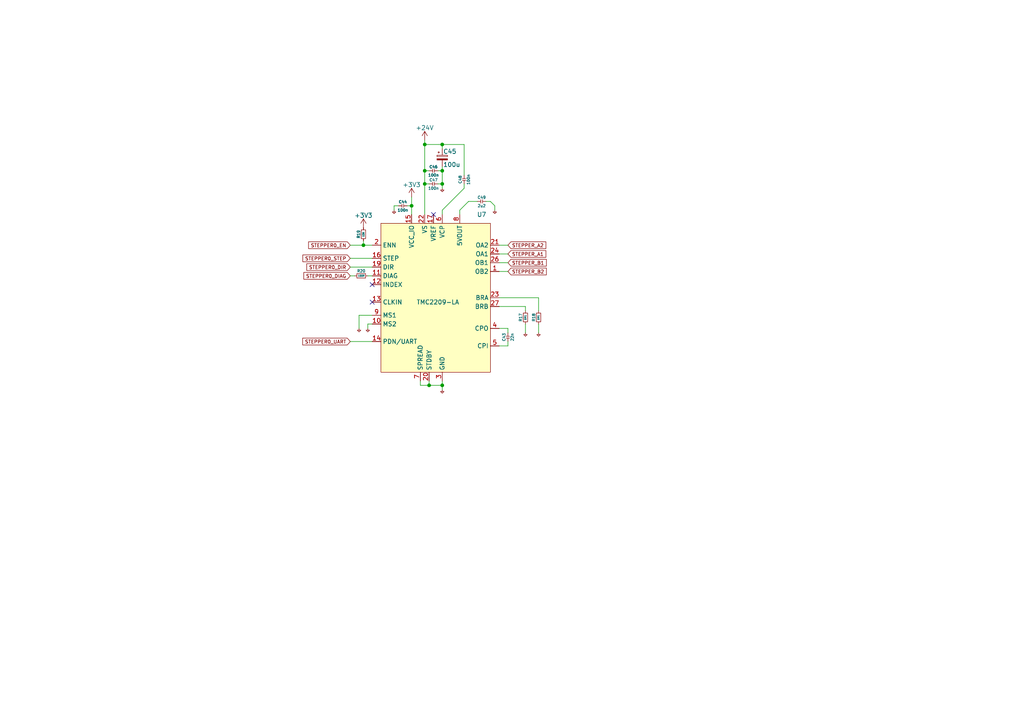
<source format=kicad_sch>
(kicad_sch (version 20230121) (generator eeschema)
  (paper "A4")
  (lib_symbols
    (symbol "Device:C_Polarized_Small" (pin_numbers hide) (pin_names (offset 0.254) hide)
      (property "Reference" "C" (at 0.254 1.778 0))
      (property "Value" "C_Polarized_Small" (at 0.254 -2.032 0))
      (symbol "C_Polarized_Small_0_1"
        (rectangle (start -1.524 -0.3048) (end 1.524 -0.6858) (fill (type outline)))
        (rectangle (start -1.524 0.6858) (end 1.524 0.3048))
        (polyline (pts (xy -1.27 1.524) (xy -0.762 1.524)))
        (polyline (pts (xy -1.016 1.27) (xy -1.016 1.778)))
      )
      (symbol "C_Polarized_Small_1_1"
        (pin passive line (at 0 2.54 270) (length 1.8542) (name "~") (number "1"))
        (pin passive line (at 0 -2.54 90) (length 1.8542) (name "~") (number "2"))
      )
    )
    (symbol "power:+24V" (power) (pin_names (offset 0))
      (property "Value" "+24V" (at 0 3.556 0))
      (symbol "+24V_0_1"
        (polyline (pts (xy -0.762 1.27) (xy 0 2.54)))
        (polyline (pts (xy 0 0) (xy 0 2.54)))
        (polyline (pts (xy 0 2.54) (xy 0.762 1.27)))
      )
      (symbol "+24V_1_1"
        (pin power_in line (at 0 0 90) (length 0) hide (name "+24V") (number "1"))
      )
    )
    (symbol "power:+3V3" (power) (pin_names (offset 0))
      (property "Value" "+3V3" (at 0 3.556 0))
      (symbol "+3V3_0_1"
        (polyline (pts (xy -0.762 1.27) (xy 0 2.54)))
        (polyline (pts (xy 0 0) (xy 0 2.54)))
        (polyline (pts (xy 0 2.54) (xy 0.762 1.27)))
      )
      (symbol "+3V3_1_1"
        (pin power_in line (at 0 0 90) (length 0) hide (name "+3V3") (number "1"))
      )
    )
    (symbol "sh:TMC2209"
      (property "Reference" "U" (at 12.7 25.4 0))
      (property "Value" "TMC2209-LA" (at 0 0 0))
      (symbol "TMC2209_1_1"
        (rectangle (start -16.51 22.86) (end 15.24 -20.32) (fill (type background)))
        (pin power_out line (at 17.78 8.89 180) (length 2.54) (name "OB2") (number "1"))
        (pin input line (at -19.05 -6.35 0) (length 2.54) (name "MS2") (number "10"))
        (pin input line (at -19.05 7.62 0) (length 2.54) (name "DIAG") (number "11"))
        (pin input line (at -19.05 5.08 0) (length 2.54) (name "INDEX") (number "12"))
        (pin input line (at -19.05 0 0) (length 2.54) (name "CLKIN") (number "13"))
        (pin input line (at -19.05 -11.43 0) (length 2.54) (name "PDN/UART") (number "14"))
        (pin power_in line (at -7.62 25.4 270) (length 2.54) (name "VCC_IO") (number "15"))
        (pin input line (at -19.05 12.7 0) (length 2.54) (name "STEP") (number "16"))
        (pin power_in line (at -1.27 25.4 270) (length 2.54) (name "VREF") (number "17"))
        (pin power_in line (at 1.27 -22.86 90) (length 2.54) hide (name "GND") (number "18"))
        (pin input line (at -19.05 10.16 0) (length 2.54) (name "DIR") (number "19"))
        (pin input line (at -19.05 16.51 0) (length 2.54) (name "ENN") (number "2"))
        (pin input line (at -2.54 -22.86 90) (length 2.54) (name "STDBY") (number "20"))
        (pin power_out line (at 17.78 16.51 180) (length 2.54) (name "OA2") (number "21"))
        (pin power_in line (at -3.81 25.4 270) (length 2.54) (name "VS") (number "22"))
        (pin input line (at 17.78 1.27 180) (length 2.54) (name "BRA") (number "23"))
        (pin power_out line (at 17.78 13.97 180) (length 2.54) (name "OA1") (number "24"))
        (pin no_connect non_logic (at 1.27 -22.86 90) (length 2.54) hide (name "") (number "25"))
        (pin power_out line (at 17.78 11.43 180) (length 2.54) (name "OB1") (number "26"))
        (pin input line (at 17.78 -1.27 180) (length 2.54) (name "BRB") (number "27"))
        (pin power_in line (at -3.81 25.4 270) (length 2.54) hide (name "VS") (number "28"))
        (pin power_in line (at 1.27 -22.86 90) (length 2.54) hide (name "EP") (number "29"))
        (pin power_in line (at 1.27 -22.86 90) (length 2.54) (name "GND") (number "3"))
        (pin power_in line (at 17.78 -7.62 180) (length 2.54) (name "CPO") (number "4"))
        (pin power_in line (at 17.78 -12.7 180) (length 2.54) (name "CPI") (number "5"))
        (pin power_in line (at 1.27 25.4 270) (length 2.54) (name "VCP") (number "6"))
        (pin input line (at -5.08 -22.86 90) (length 2.54) (name "SPREAD") (number "7"))
        (pin power_in line (at 6.35 25.4 270) (length 2.54) (name "5VOUT") (number "8"))
        (pin input line (at -19.05 -3.81 0) (length 2.54) (name "MS1") (number "9"))
      )
    )
    (symbol "sh_generics:C" (pin_numbers hide) (pin_names (offset 0.254))
      (property "Reference" "C" (at -1.143 0 90))
      (property "Value" "C" (at 1.27 0 90))
      (symbol "C_0_1"
        (polyline (pts (xy -0.508 -0.254) (xy 0.508 -0.254)))
        (polyline (pts (xy -0.508 0.254) (xy 0.508 0.254)))
      )
      (symbol "C_1_1"
        (pin passive line (at 0 -1.27 90) (length 1) (name "") (number "1"))
        (pin passive line (at 0 1.27 270) (length 1) (name "") (number "2"))
      )
    )
    (symbol "sh_generics:R" (pin_numbers hide) (pin_names (offset 0))
      (property "Reference" "R" (at -1.397 0.635 90))
      (property "Value" "R" (at 0 0.635 90))
      (symbol "R_0_1"
        (rectangle (start -0.635 1.905) (end 0.635 -0.635))
      )
      (symbol "R_1_1"
        (pin passive line (at 0 2.54 270) (length 0.6) (name "") (number "1"))
        (pin passive line (at 0 -1.27 90) (length 0.6) (name "") (number "2"))
      )
    )
    (symbol "sh_power:GND" (power) (pin_names (offset 0))
      (symbol "GND_0_1"
        (polyline (pts (xy 0 0) (xy 0 -0.508) (xy 0.508 -0.508) (xy 0 -1.016) (xy -0.508 -0.508) (xy 0 -0.508)))
      )
      (symbol "GND_1_1"
        (pin power_in line (at 0 0 270) (length 0) hide (name "GND") (number "1"))
      )
    )
  )
  (junction (at 123.19 49.53))
  (junction (at 128.27 49.53))
  (junction (at 105.41 71.12))
  (junction (at 119.38 59.69))
  (junction (at 128.27 111.76))
  (junction (at 124.46 111.76))
  (junction (at 128.27 53.34))
  (junction (at 128.27 41.91))
  (junction (at 123.19 41.91))
  (junction (at 123.19 53.34))
  (no_connect (at 107.95 82.55))
  (no_connect (at 125.73 62.23))
  (no_connect (at 107.95 87.63))
  (wire (pts (xy 119.38 57.15) (xy 119.38 59.69)))
  (wire (pts (xy 101.6 74.93) (xy 107.95 74.93)))
  (wire (pts (xy 123.19 49.53) (xy 123.19 53.34)))
  (wire (pts (xy 133.35 62.23) (xy 133.35 60.96)))
  (wire (pts (xy 119.38 59.69) (xy 119.38 62.23)))
  (wire (pts (xy 128.27 48.26) (xy 128.27 49.53)))
  (wire (pts (xy 156.21 93.98) (xy 156.21 96.52)))
  (wire (pts (xy 101.6 71.12) (xy 105.41 71.12)))
  (wire (pts (xy 128.27 110.49) (xy 128.27 111.76)))
  (wire (pts (xy 123.19 49.53) (xy 124.46 49.53)))
  (wire (pts (xy 147.32 99.06) (xy 147.32 100.33)))
  (wire (pts (xy 143.51 59.69) (xy 143.51 60.96)))
  (wire (pts (xy 121.92 110.49) (xy 121.92 111.76)))
  (wire (pts (xy 142.24 58.42) (xy 143.51 59.69)))
  (wire (pts (xy 104.14 91.44) (xy 107.95 91.44)))
  (wire (pts (xy 106.68 93.98) (xy 107.95 93.98)))
  (wire (pts (xy 106.68 80.01) (xy 107.95 80.01)))
  (wire (pts (xy 128.27 62.23) (xy 128.27 60.96)))
  (wire (pts (xy 144.78 86.36) (xy 156.21 86.36)))
  (wire (pts (xy 134.62 41.91) (xy 134.62 50.8)))
  (wire (pts (xy 152.4 88.9) (xy 152.4 90.17)))
  (wire (pts (xy 156.21 86.36) (xy 156.21 90.17)))
  (wire (pts (xy 123.19 53.34) (xy 123.19 62.23)))
  (wire (pts (xy 128.27 49.53) (xy 128.27 53.34)))
  (wire (pts (xy 123.19 41.91) (xy 128.27 41.91)))
  (wire (pts (xy 105.41 71.12) (xy 107.95 71.12)))
  (wire (pts (xy 144.78 78.74) (xy 147.32 78.74)))
  (wire (pts (xy 123.19 41.91) (xy 123.19 49.53)))
  (wire (pts (xy 127 49.53) (xy 128.27 49.53)))
  (wire (pts (xy 101.6 77.47) (xy 107.95 77.47)))
  (wire (pts (xy 144.78 100.33) (xy 147.32 100.33)))
  (wire (pts (xy 128.27 53.34) (xy 128.27 54.61)))
  (wire (pts (xy 144.78 71.12) (xy 147.32 71.12)))
  (wire (pts (xy 105.41 69.85) (xy 105.41 71.12)))
  (wire (pts (xy 124.46 110.49) (xy 124.46 111.76)))
  (wire (pts (xy 144.78 76.2) (xy 147.32 76.2)))
  (wire (pts (xy 144.78 88.9) (xy 152.4 88.9)))
  (wire (pts (xy 121.92 111.76) (xy 124.46 111.76)))
  (wire (pts (xy 104.14 91.44) (xy 104.14 95.25)))
  (wire (pts (xy 135.89 58.42) (xy 138.43 58.42)))
  (wire (pts (xy 101.6 80.01) (xy 102.87 80.01)))
  (wire (pts (xy 127 53.34) (xy 128.27 53.34)))
  (wire (pts (xy 134.62 53.34) (xy 134.62 54.61)))
  (wire (pts (xy 123.19 53.34) (xy 124.46 53.34)))
  (wire (pts (xy 106.68 93.98) (xy 106.68 95.25)))
  (wire (pts (xy 144.78 73.66) (xy 147.32 73.66)))
  (wire (pts (xy 144.78 95.25) (xy 147.32 95.25)))
  (wire (pts (xy 152.4 93.98) (xy 152.4 96.52)))
  (wire (pts (xy 101.6 99.06) (xy 107.95 99.06)))
  (wire (pts (xy 114.3 59.69) (xy 115.57 59.69)))
  (wire (pts (xy 114.3 59.69) (xy 114.3 60.96)))
  (wire (pts (xy 118.11 59.69) (xy 119.38 59.69)))
  (wire (pts (xy 133.35 60.96) (xy 135.89 58.42)))
  (wire (pts (xy 147.32 95.25) (xy 147.32 96.52)))
  (wire (pts (xy 128.27 60.96) (xy 134.62 54.61)))
  (wire (pts (xy 128.27 41.91) (xy 128.27 43.18)))
  (wire (pts (xy 123.19 40.64) (xy 123.19 41.91)))
  (wire (pts (xy 128.27 111.76) (xy 128.27 113.03)))
  (wire (pts (xy 140.97 58.42) (xy 142.24 58.42)))
  (wire (pts (xy 124.46 111.76) (xy 128.27 111.76)))
  (wire (pts (xy 128.27 41.91) (xy 134.62 41.91)))
  (global_label "STEPPER0_STEP" (shape input) (at 101.6 74.93 180) (effects (font (size 1 1))) (property "Intersheetrefs" "${INTERSHEET_REFS}" (effects hide)))
  (global_label "STEPPER_A1" (shape input) (at 147.32 73.66 0) (effects (font (size 1 1))) (property "Intersheetrefs" "${INTERSHEET_REFS}" (effects hide)))
  (global_label "STEPPER_A2" (shape input) (at 147.32 71.12 0) (effects (font (size 1 1))) (property "Intersheetrefs" "${INTERSHEET_REFS}" (effects hide)))
  (global_label "STEPPER_B1" (shape input) (at 147.32 76.2 0) (effects (font (size 1 1))) (property "Intersheetrefs" "${INTERSHEET_REFS}" (effects hide)))
  (global_label "STEPPER0_UART" (shape input) (at 101.6 99.06 180) (effects (font (size 1 1))) (property "Intersheetrefs" "${INTERSHEET_REFS}" (effects hide)))
  (global_label "STEPPER_B2" (shape input) (at 147.32 78.74 0) (effects (font (size 1 1))) (property "Intersheetrefs" "${INTERSHEET_REFS}" (effects hide)))
  (global_label "STEPPER0_DIAG" (shape input) (at 101.6 80.01 180) (effects (font (size 1 1))) (property "Intersheetrefs" "${INTERSHEET_REFS}" (effects hide)))
  (global_label "STEPPER0_DIR" (shape input) (at 101.6 77.47 180) (effects (font (size 1 1))) (property "Intersheetrefs" "${INTERSHEET_REFS}" (effects hide)))
  (global_label "STEPPER0_EN" (shape input) (at 101.6 71.12 180) (effects (font (size 1 1))) (property "Intersheetrefs" "${INTERSHEET_REFS}" (effects hide)))
  (symbol (lib_id "sh_power:GND") (at 114.3 60.96 0) (unit 1)
    (property "Reference" "#PWR070" (effects hide))
    (property "Value" "GND" (effects hide))
  )
  (symbol (lib_id "power:+24V") (at 123.19 40.64 0) (unit 1)
    (property "Reference" "#PWR075" (effects hide))
    (property "Value" "+24V" (at 123.19 37.084 0))
  )
  (symbol (lib_id "sh_generics:C") (at 125.73 49.53 270) (unit 1)
    (property "Reference" "C46" (at 125.73 48.387 90) (effects (font (size 0.8 0.8))))
    (property "Value" "100n" (at 125.73 50.8 90) (effects (font (size 0.8 0.8))))
    (property "Footprint" "Capacitor_SMD:C_0402_1005Metric" (effects hide))
  )
  (symbol (lib_id "sh_power:GND") (at 156.21 96.52 0) (unit 1)
    (property "Reference" "#PWR068" (effects hide))
    (property "Value" "GND" (effects hide))
  )
  (symbol (lib_id "sh_generics:R") (at 156.21 92.71 0) (unit 1)
    (property "Reference" "R18" (at 154.813 92.075 90) (effects (font (size 0.8 0.8))))
    (property "Value" "0R1" (at 156.21 92.075 90) (effects (font (size 0.5 0.5))))
    (property "Footprint" "Resistor_SMD:R_0402_1005Metric" (effects hide))
  )
  (symbol (lib_id "power:+3V3") (at 105.41 66.04 0) (unit 1)
    (property "Reference" "#PWR071" (effects hide))
    (property "Value" "+3V3" (at 105.41 62.484 0))
  )
  (symbol (lib_id "sh_power:GND") (at 106.68 95.25 0) (unit 1)
    (property "Reference" "#PWR072" (effects hide))
    (property "Value" "GND" (effects hide))
  )
  (symbol (lib_id "sh_power:GND") (at 143.51 60.96 0) (unit 1)
    (property "Reference" "#PWR077" (effects hide))
    (property "Value" "GND" (effects hide))
  )
  (symbol (lib_id "sh_power:GND") (at 152.4 96.52 0) (unit 1)
    (property "Reference" "#PWR067" (effects hide))
    (property "Value" "GND" (effects hide))
  )
  (symbol (lib_id "sh_power:GND") (at 128.27 113.03 0) (unit 1)
    (property "Reference" "#PWR074" (effects hide))
    (property "Value" "GND" (effects hide))
  )
  (symbol (lib_id "sh:TMC2209") (at 127 87.63 0) (unit 1)
    (property "Reference" "U7" (at 139.7 62.23 0))
    (property "Value" "TMC2209-LA" (at 127 87.63 0))
    (property "Footprint" "Package_DFN_QFN:QFN-28-1EP_5x5mm_P0.5mm_EP3.75x3.75mm" (effects hide))
  )
  (symbol (lib_id "sh_generics:C") (at 147.32 97.79 0) (unit 1)
    (property "Reference" "C43" (at 146.177 97.79 90) (effects (font (size 0.8 0.8))))
    (property "Value" "22n" (at 148.59 97.79 90) (effects (font (size 0.8 0.8))))
    (property "Footprint" "Capacitor_SMD:C_0402_1005Metric" (effects hide))
  )
  (symbol (lib_id "power:+3V3") (at 119.38 57.15 0) (unit 1)
    (property "Reference" "#PWR069" (effects hide))
    (property "Value" "+3V3" (at 119.38 53.594 0))
  )
  (symbol (lib_id "sh_generics:C") (at 125.73 53.34 270) (unit 1)
    (property "Reference" "C47" (at 125.73 52.197 90) (effects (font (size 0.8 0.8))))
    (property "Value" "100n" (at 125.73 54.61 90) (effects (font (size 0.8 0.8))))
    (property "Footprint" "Capacitor_SMD:C_0402_1005Metric" (effects hide))
  )
  (symbol (lib_id "sh_generics:C") (at 116.84 59.69 270) (unit 1)
    (property "Reference" "C44" (at 116.84 58.547 90) (effects (font (size 0.8 0.8))))
    (property "Value" "100n" (at 116.84 60.96 90) (effects (font (size 0.8 0.8))))
    (property "Footprint" "Capacitor_SMD:C_0402_1005Metric" (effects hide))
  )
  (symbol (lib_id "sh_power:GND") (at 128.27 54.61 0) (unit 1)
    (property "Reference" "#PWR076" (effects hide))
    (property "Value" "GND" (effects hide))
  )
  (symbol (lib_id "sh_power:GND") (at 104.14 95.25 0) (unit 1)
    (property "Reference" "#PWR073" (effects hide))
    (property "Value" "GND" (effects hide))
  )
  (symbol (lib_id "sh_generics:C") (at 134.62 52.07 0) (unit 1)
    (property "Reference" "C48" (at 133.477 52.07 90) (effects (font (size 0.8 0.8))))
    (property "Value" "100n" (at 135.89 52.07 90) (effects (font (size 0.8 0.8))))
    (property "Footprint" "Capacitor_SMD:C_0402_1005Metric" (effects hide))
  )
  (symbol (lib_id "Device:C_Polarized_Small") (at 128.27 45.72 0) (unit 1)
    (property "Reference" "C45" (at 128.524 43.942 0) (effects (justify left)))
    (property "Value" "100u" (at 128.524 47.752 0) (effects (justify left)))
    (property "Footprint" "Capacitor_SMD:CP_Elec_6.3x7.7" (effects hide))
  )
  (symbol (lib_id "sh_generics:R") (at 104.14 80.01 270) (unit 1)
    (property "Reference" "R20" (at 104.775 78.613 90) (effects (font (size 0.8 0.8))))
    (property "Value" "100R" (at 104.775 80.01 90) (effects (font (size 0.5 0.5))))
    (property "Footprint" "Resistor_SMD:R_0402_1005Metric" (effects hide))
  )
  (symbol (lib_id "sh_generics:R") (at 152.4 92.71 0) (unit 1)
    (property "Reference" "R17" (at 151.003 92.075 90) (effects (font (size 0.8 0.8))))
    (property "Value" "0R1" (at 152.4 92.075 90) (effects (font (size 0.5 0.5))))
    (property "Footprint" "Resistor_SMD:R_0402_1005Metric" (effects hide))
  )
  (symbol (lib_id "sh_generics:R") (at 105.41 68.58 0) (unit 1)
    (property "Reference" "R19" (at 104.013 67.945 90) (effects (font (size 0.8 0.8))))
    (property "Value" "10K" (at 105.41 67.945 90) (effects (font (size 0.5 0.5))))
    (property "Footprint" "Resistor_SMD:R_0402_1005Metric" (effects hide))
  )
  (symbol (lib_id "sh_generics:C") (at 139.7 58.42 270) (unit 1)
    (property "Reference" "C49" (at 139.7 57.277 90) (effects (font (size 0.8 0.8))))
    (property "Value" "2u2" (at 139.7 59.69 90) (effects (font (size 0.8 0.8))))
    (property "Footprint" "Capacitor_SMD:C_0402_1005Metric" (effects hide))
  )
)
</source>
